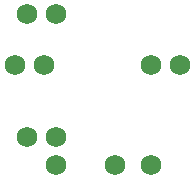
<source format=gbs>
G04 Layer: BottomSolderMaskLayer*
G04 EasyEDA v6.4.7, 2020-11-02T22:22:41--5:00*
G04 f05881e945704cecbeccc323a2f2ae3c,b7756ed7ca0c4192a86fef36f494ae1e,NaN*
G04 Gerber Generator version 0.2*
G04 Scale: 100 percent, Rotated: No, Reflected: No *
G04 Dimensions in millimeters *
G04 leading zeros omitted , absolute positions ,3 integer and 3 decimal *
%FSLAX33Y33*%
%MOMM*%
G90*
D02*

%ADD13C,1.727200*%

%LPD*%
G54D13*
G01X12999Y2499D03*
G01X9999Y2499D03*
G01X4999Y2489D03*
G01X1499Y11000D03*
G01X12999Y11000D03*
G01X15500Y11000D03*
G01X3999Y11000D03*
G01X2500Y15316D03*
G01X4999Y15316D03*
G01X2500Y4902D03*
G01X4999Y4902D03*
M00*
M02*

</source>
